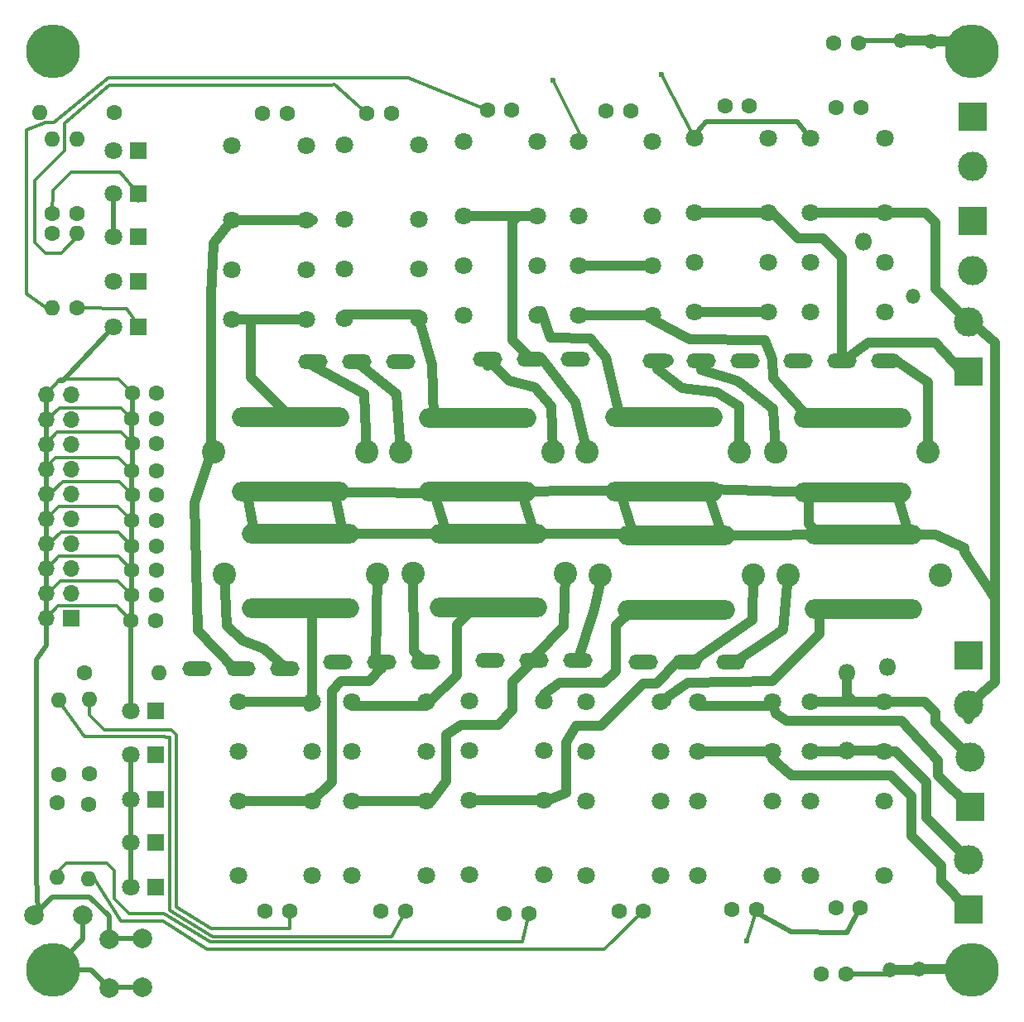
<source format=gbr>
G04 #@! TF.FileFunction,Copper,L1,Top,Signal*
%FSLAX46Y46*%
G04 Gerber Fmt 4.6, Leading zero omitted, Abs format (unit mm)*
G04 Created by KiCad (PCBNEW 4.0.7) date 11/25/19 02:10:32*
%MOMM*%
%LPD*%
G01*
G04 APERTURE LIST*
%ADD10C,0.100000*%
%ADD11C,1.800000*%
%ADD12C,1.600000*%
%ADD13O,1.600000X1.600000*%
%ADD14R,1.800000X1.800000*%
%ADD15R,3.000000X3.000000*%
%ADD16C,3.000000*%
%ADD17C,5.500000*%
%ADD18O,3.000000X1.500000*%
%ADD19R,1.700000X1.700000*%
%ADD20O,1.700000X1.700000*%
%ADD21C,2.000000*%
%ADD22C,1.700000*%
%ADD23O,12.000000X2.000000*%
%ADD24C,2.400000*%
%ADD25O,1.800000X1.800000*%
%ADD26O,1.500000X1.500000*%
%ADD27C,0.600000*%
%ADD28C,1.000000*%
%ADD29C,0.500000*%
%ADD30C,0.350000*%
G04 APERTURE END LIST*
D10*
D11*
X71973280Y-129766080D03*
X71973280Y-119606080D03*
X71973280Y-124686080D03*
X79573280Y-124686080D03*
X79573280Y-129766080D03*
X79573280Y-119606080D03*
X71973280Y-137386080D03*
X79573280Y-137386080D03*
D12*
X53479700Y-129921000D03*
D13*
X53479700Y-137541000D03*
D12*
X85156040Y-59359800D03*
X87656040Y-59359800D03*
X63535560Y-111257080D03*
X61035560Y-111257080D03*
D14*
X63538100Y-129552700D03*
D11*
X60998100Y-129552700D03*
D12*
X52946300Y-71691500D03*
D13*
X52946300Y-79311500D03*
D14*
X63538100Y-138582400D03*
D11*
X60998100Y-138582400D03*
D14*
X63538100Y-133997700D03*
D11*
X60998100Y-133997700D03*
D15*
X146657060Y-114861340D03*
D16*
X146657060Y-119941340D03*
D15*
X147116800Y-70408800D03*
D16*
X147116800Y-75488800D03*
D12*
X113436400Y-140985240D03*
X110936400Y-140985240D03*
X101727000Y-141224000D03*
X99227000Y-141224000D03*
X89077800Y-140970000D03*
X86577800Y-140970000D03*
X77231240Y-141046200D03*
X74731240Y-141046200D03*
X74488040Y-59359800D03*
X76988040Y-59359800D03*
X97454720Y-59065160D03*
X99954720Y-59065160D03*
X109611160Y-59151520D03*
X112111160Y-59151520D03*
X121762520Y-58618120D03*
X124262520Y-58618120D03*
X135620760Y-140705840D03*
X133120760Y-140705840D03*
X59334400Y-59283600D03*
D13*
X51714400Y-59283600D03*
D15*
X147116800Y-59740800D03*
D16*
X147116800Y-64820800D03*
D17*
X147000000Y-53000000D03*
X53000000Y-147000000D03*
D12*
X52920900Y-69596000D03*
D13*
X52920900Y-61976000D03*
D14*
X63538100Y-125031500D03*
D11*
X60998100Y-125031500D03*
D14*
X63512700Y-120535700D03*
D11*
X60972700Y-120535700D03*
D14*
X61800000Y-81200000D03*
D11*
X59260000Y-81200000D03*
D14*
X61800000Y-76600000D03*
D11*
X59260000Y-76600000D03*
D14*
X61800000Y-72000000D03*
D11*
X59260000Y-72000000D03*
D12*
X56667400Y-130048000D03*
D13*
X56667400Y-137668000D03*
D12*
X53644800Y-127025400D03*
D13*
X53644800Y-119405400D03*
D12*
X56730900Y-126949200D03*
D13*
X56730900Y-119329200D03*
D12*
X56273700Y-116624100D03*
D13*
X63893700Y-116624100D03*
D12*
X55525000Y-79325000D03*
D13*
X55525000Y-71705000D03*
D12*
X55475000Y-69625000D03*
D13*
X55475000Y-62005000D03*
D18*
X119329200Y-84734400D03*
X123829200Y-84734400D03*
X114829200Y-84734400D03*
X102000000Y-84500000D03*
X106500000Y-84500000D03*
X97500000Y-84500000D03*
X84100000Y-84800000D03*
X88600000Y-84800000D03*
X79600000Y-84800000D03*
X86680040Y-115559840D03*
X82180040Y-115559840D03*
X91180040Y-115559840D03*
X102224840Y-115366800D03*
X97724840Y-115366800D03*
X106724840Y-115366800D03*
X117922040Y-115519200D03*
X113422040Y-115519200D03*
X122422040Y-115519200D03*
D14*
X61800000Y-67600000D03*
D11*
X59260000Y-67600000D03*
D14*
X61800000Y-63200000D03*
D11*
X59260000Y-63200000D03*
D18*
X72263000Y-116205000D03*
X67763000Y-116205000D03*
X76763000Y-116205000D03*
D15*
X146710400Y-140817600D03*
D16*
X146710400Y-135737600D03*
D15*
X146812000Y-130352800D03*
D16*
X146812000Y-125272800D03*
D15*
X146723100Y-85839300D03*
D16*
X146723100Y-80759300D03*
D18*
X133756400Y-84734400D03*
X129256400Y-84734400D03*
X138256400Y-84734400D03*
D19*
X54864000Y-111061500D03*
D20*
X52324000Y-111061500D03*
X54864000Y-108521500D03*
X52324000Y-108521500D03*
X54864000Y-105981500D03*
X52324000Y-105981500D03*
X54864000Y-103441500D03*
X52324000Y-103441500D03*
X54864000Y-100901500D03*
X52324000Y-100901500D03*
X54864000Y-98361500D03*
X52324000Y-98361500D03*
X54864000Y-95821500D03*
X52324000Y-95821500D03*
X54864000Y-93281500D03*
X52324000Y-93281500D03*
X54864000Y-90741500D03*
X52324000Y-90741500D03*
X54864000Y-88201500D03*
X52324000Y-88201500D03*
D12*
X125003560Y-140817600D03*
X122503560Y-140817600D03*
X133162040Y-58785760D03*
X135662040Y-58785760D03*
X63652400Y-88011000D03*
X61152400Y-88011000D03*
X63601600Y-90627200D03*
X61101600Y-90627200D03*
X63652400Y-93141800D03*
X61152400Y-93141800D03*
X63601600Y-95935800D03*
X61101600Y-95935800D03*
X63652400Y-98399600D03*
X61152400Y-98399600D03*
X63601600Y-101041200D03*
X61101600Y-101041200D03*
X63627000Y-103632000D03*
X61127000Y-103632000D03*
X63627000Y-106146600D03*
X61127000Y-106146600D03*
X63591440Y-108686600D03*
X61091440Y-108686600D03*
D21*
X58790840Y-148859240D03*
X58790840Y-143859240D03*
X62191900Y-148805900D03*
X62191900Y-143805900D03*
X56121300Y-141401800D03*
X51121300Y-141401800D03*
D17*
X147000000Y-147000000D03*
D22*
X93094800Y-109968800D03*
X96094800Y-109968800D03*
X99094800Y-109968800D03*
X102094800Y-109968800D03*
X93094800Y-102365800D03*
X96094800Y-102365800D03*
X99094800Y-102365800D03*
X102094800Y-102365800D03*
D23*
X97594800Y-109968800D03*
X97594800Y-102365800D03*
D24*
X89840800Y-106476800D03*
X105460800Y-106476800D03*
D22*
X112271800Y-110146600D03*
X115271800Y-110146600D03*
X118271800Y-110146600D03*
X121271800Y-110146600D03*
X112271800Y-102543600D03*
X115271800Y-102543600D03*
X118271800Y-102543600D03*
X121271800Y-102543600D03*
D23*
X116771800Y-110146600D03*
X116771800Y-102543600D03*
D24*
X109017800Y-106654600D03*
X124637800Y-106654600D03*
D22*
X131461500Y-110108500D03*
X134461500Y-110108500D03*
X137461500Y-110108500D03*
X140461500Y-110108500D03*
X131461500Y-102505500D03*
X134461500Y-102505500D03*
X137461500Y-102505500D03*
X140461500Y-102505500D03*
D23*
X135961500Y-110108500D03*
X135961500Y-102505500D03*
D24*
X128207500Y-106616500D03*
X143827500Y-106616500D03*
D22*
X73841600Y-110019600D03*
X76841600Y-110019600D03*
X79841600Y-110019600D03*
X82841600Y-110019600D03*
X73841600Y-102416600D03*
X76841600Y-102416600D03*
X79841600Y-102416600D03*
X82841600Y-102416600D03*
D23*
X78341600Y-110019600D03*
X78341600Y-102416600D03*
D24*
X70587600Y-106527600D03*
X86207600Y-106527600D03*
D22*
X81860400Y-90488000D03*
X78860400Y-90488000D03*
X75860400Y-90488000D03*
X72860400Y-90488000D03*
X81860400Y-98091000D03*
X78860400Y-98091000D03*
X75860400Y-98091000D03*
X72860400Y-98091000D03*
D23*
X77360400Y-90488000D03*
X77360400Y-98091000D03*
D24*
X85114400Y-93980000D03*
X69494400Y-93980000D03*
D22*
X100946000Y-90508000D03*
X97946000Y-90508000D03*
X94946000Y-90508000D03*
X91946000Y-90508000D03*
X100946000Y-98111000D03*
X97946000Y-98111000D03*
X94946000Y-98111000D03*
X91946000Y-98111000D03*
D23*
X96446000Y-90508000D03*
X96446000Y-98111000D03*
D24*
X104200000Y-94000000D03*
X88580000Y-94000000D03*
D22*
X120011200Y-90488000D03*
X117011200Y-90488000D03*
X114011200Y-90488000D03*
X111011200Y-90488000D03*
X120011200Y-98091000D03*
X117011200Y-98091000D03*
X114011200Y-98091000D03*
X111011200Y-98091000D03*
D23*
X115511200Y-90488000D03*
X115511200Y-98091000D03*
D24*
X123265200Y-93980000D03*
X107645200Y-93980000D03*
D22*
X139315200Y-90538800D03*
X136315200Y-90538800D03*
X133315200Y-90538800D03*
X130315200Y-90538800D03*
X139315200Y-98141800D03*
X136315200Y-98141800D03*
X133315200Y-98141800D03*
X130315200Y-98141800D03*
D23*
X134815200Y-90538800D03*
X134815200Y-98141800D03*
D24*
X142569200Y-94030800D03*
X126949200Y-94030800D03*
D17*
X53000000Y-53000000D03*
D11*
X130479640Y-129710200D03*
X130479640Y-119550200D03*
X130479640Y-124630200D03*
X138079640Y-124630200D03*
X138079640Y-129710200D03*
X138079640Y-119550200D03*
X130479640Y-137330200D03*
X138079640Y-137330200D03*
X118996300Y-129748300D03*
X118996300Y-119588300D03*
X118996300Y-124668300D03*
X126596300Y-124668300D03*
X126596300Y-129748300D03*
X126596300Y-119588300D03*
X118996300Y-137368300D03*
X126596300Y-137368300D03*
X138135520Y-69557880D03*
X138135520Y-79717880D03*
X138135520Y-74637880D03*
X130535520Y-74637880D03*
X130535520Y-69557880D03*
X130535520Y-79717880D03*
X138135520Y-61937880D03*
X130535520Y-61937880D03*
X126233080Y-69557880D03*
X126233080Y-79717880D03*
X126233080Y-74637880D03*
X118633080Y-74637880D03*
X118633080Y-69557880D03*
X118633080Y-79717880D03*
X126233080Y-61937880D03*
X118633080Y-61937880D03*
X114366200Y-69898240D03*
X114366200Y-80058240D03*
X114366200Y-74978240D03*
X106766200Y-74978240D03*
X106766200Y-69898240D03*
X106766200Y-80058240D03*
X114366200Y-62278240D03*
X106766200Y-62278240D03*
X90469880Y-70228440D03*
X90469880Y-80388440D03*
X90469880Y-75308440D03*
X82869880Y-75308440D03*
X82869880Y-70228440D03*
X82869880Y-80388440D03*
X90469880Y-62608440D03*
X82869880Y-62608440D03*
X78971300Y-70314800D03*
X78971300Y-80474800D03*
X78971300Y-75394800D03*
X71371300Y-75394800D03*
X71371300Y-70314800D03*
X71371300Y-80474800D03*
X78971300Y-62694800D03*
X71371300Y-62694800D03*
X83642040Y-129786400D03*
X83642040Y-119626400D03*
X83642040Y-124706400D03*
X91242040Y-124706400D03*
X91242040Y-129786400D03*
X91242040Y-119626400D03*
X83642040Y-137406400D03*
X91242040Y-137406400D03*
X95641000Y-129634000D03*
X95641000Y-119474000D03*
X95641000Y-124554000D03*
X103241000Y-124554000D03*
X103241000Y-129634000D03*
X103241000Y-119474000D03*
X95641000Y-137254000D03*
X103241000Y-137254000D03*
X107579000Y-129761000D03*
X107579000Y-119601000D03*
X107579000Y-124681000D03*
X115179000Y-124681000D03*
X115179000Y-129761000D03*
X115179000Y-119601000D03*
X107579000Y-137381000D03*
X115179000Y-137381000D03*
X102595840Y-69893160D03*
X102595840Y-80053160D03*
X102595840Y-74973160D03*
X94995840Y-74973160D03*
X94995840Y-69893160D03*
X94995840Y-80053160D03*
X102595840Y-62273160D03*
X94995840Y-62273160D03*
D25*
X134264400Y-124602240D03*
X134264400Y-116596160D03*
X138348720Y-115986560D03*
X135890000Y-72506840D03*
D26*
X140995400Y-78069440D03*
X142875000Y-51981100D03*
X139725400Y-51955700D03*
X138633200Y-146989800D03*
X141579600Y-146913600D03*
D12*
X135382000Y-52197000D03*
X132882000Y-52197000D03*
X134112000Y-147447000D03*
X131612000Y-147447000D03*
D27*
X104160320Y-56001920D03*
X123977400Y-144018000D03*
X115290600Y-55438040D03*
D28*
X138135520Y-69557880D02*
X130535520Y-69557880D01*
X138135520Y-69557880D02*
X142290780Y-69557880D01*
X143332200Y-77368400D02*
X146723100Y-80759300D01*
X143332200Y-70599300D02*
X143332200Y-77368400D01*
X142290780Y-69557880D02*
X143332200Y-70599300D01*
X146657060Y-119941340D02*
X146657060Y-121363740D01*
X130315200Y-98141800D02*
X130315200Y-101359200D01*
X130315200Y-101359200D02*
X131461500Y-102505500D01*
X146723100Y-80759300D02*
X146977100Y-80759300D01*
X146977100Y-80759300D02*
X149352000Y-82804000D01*
X149352000Y-82804000D02*
X149352000Y-108966000D01*
X72860400Y-98091000D02*
X73647800Y-102222800D01*
X73647800Y-102222800D02*
X73841600Y-102416600D01*
X77360400Y-98091000D02*
X91768200Y-98288800D01*
X91768200Y-98288800D02*
X91946000Y-98111000D01*
X82841600Y-102416600D02*
X93044000Y-102416600D01*
X93044000Y-102416600D02*
X93094800Y-102365800D01*
X81860400Y-98091000D02*
X82647800Y-102222800D01*
X82647800Y-102222800D02*
X82841600Y-102416600D01*
X91946000Y-98111000D02*
X93256600Y-102204000D01*
X93256600Y-102204000D02*
X93094800Y-102365800D01*
X100946000Y-98111000D02*
X102256600Y-102204000D01*
X102256600Y-102204000D02*
X102094800Y-102365800D01*
X111011200Y-98091000D02*
X112433600Y-102381800D01*
X112433600Y-102381800D02*
X112271800Y-102543600D01*
X102094800Y-102365800D02*
X116619400Y-102391200D01*
X116619400Y-102391200D02*
X116771800Y-102543600D01*
X96446000Y-98111000D02*
X110935000Y-98014800D01*
X110935000Y-98014800D02*
X111011200Y-98091000D01*
X121271800Y-102543600D02*
X135948800Y-102518200D01*
X135948800Y-102518200D02*
X135961500Y-102505500D01*
X120011200Y-98091000D02*
X121433600Y-102381800D01*
X121433600Y-102381800D02*
X121271800Y-102543600D01*
X130315200Y-98141800D02*
X120239800Y-97862400D01*
X120239800Y-97862400D02*
X120011200Y-98091000D01*
X140461500Y-102505500D02*
X143272500Y-102505500D01*
X149352000Y-117551200D02*
X146657060Y-119941340D01*
X149352000Y-108966000D02*
X149352000Y-117551200D01*
X146265900Y-104241600D02*
X149352000Y-108966000D01*
X146265900Y-103860600D02*
X146265900Y-104241600D01*
X143272500Y-102505500D02*
X146265900Y-103860600D01*
X140461500Y-102505500D02*
X140461500Y-102162500D01*
X140461500Y-102162500D02*
X140496300Y-102127700D01*
X140496300Y-102127700D02*
X139315200Y-98141800D01*
D29*
X146657060Y-119941340D02*
X146809460Y-119941340D01*
D28*
X103649760Y-129634000D02*
X105511600Y-128905000D01*
X105511600Y-128905000D02*
X105511600Y-123698000D01*
X105511600Y-123698000D02*
X106532680Y-122041920D01*
X106532680Y-122041920D02*
X109077760Y-122041920D01*
X114752120Y-117683280D02*
X116916200Y-115519200D01*
X113436400Y-117683280D02*
X114752120Y-117683280D01*
X109077760Y-122041920D02*
X113436400Y-117683280D01*
X103241000Y-129634000D02*
X95641000Y-129634000D01*
X116916200Y-115519200D02*
X117922040Y-115519200D01*
X124637800Y-106654600D02*
X124587000Y-111188500D01*
X124587000Y-111188500D02*
X118372040Y-115519200D01*
X122422040Y-115519200D02*
X123022040Y-115319200D01*
X127698500Y-112204500D02*
X128207500Y-106616500D01*
X123022040Y-115319200D02*
X127698500Y-112204500D01*
X91242040Y-129786400D02*
X83642040Y-129786400D01*
X91242040Y-129786400D02*
X91701600Y-129786400D01*
X91701600Y-129786400D02*
X93268800Y-127711200D01*
X93268800Y-127711200D02*
X93268800Y-122986800D01*
X93268800Y-122986800D02*
X94805500Y-121958100D01*
X100050600Y-117541040D02*
X102224840Y-115366800D01*
X100050600Y-120472200D02*
X100050600Y-117541040D01*
X98564700Y-121958100D02*
X100050600Y-120472200D01*
X102224840Y-115366800D02*
X102374840Y-114866800D01*
X105277920Y-111871760D02*
X105460800Y-106476800D01*
X102374840Y-114866800D02*
X105277920Y-111871760D01*
X102707440Y-114884200D02*
X102224840Y-115366800D01*
X94805500Y-121958100D02*
X98564700Y-121958100D01*
X109017800Y-106654600D02*
X109017800Y-107482200D01*
X109017800Y-107482200D02*
X108407200Y-110083600D01*
X108407200Y-110083600D02*
X106724840Y-115366800D01*
X79573280Y-129766080D02*
X71973280Y-129766080D01*
X86680040Y-115559840D02*
X86680040Y-116138960D01*
X86680040Y-116138960D02*
X85344000Y-117475000D01*
X81534000Y-127805360D02*
X79573280Y-129766080D01*
X81534000Y-118465600D02*
X81534000Y-127805360D01*
X82524600Y-117475000D02*
X81534000Y-118465600D01*
X85344000Y-117475000D02*
X82524600Y-117475000D01*
X86680040Y-115559840D02*
X86680040Y-116159280D01*
X86680040Y-115559840D02*
X86466680Y-115559840D01*
X86207600Y-106527600D02*
X86095840Y-114975640D01*
X86095840Y-114975640D02*
X86680040Y-115559840D01*
X91242040Y-124706400D02*
X91242040Y-124480160D01*
X89840800Y-106476800D02*
X89917000Y-114423800D01*
X89917000Y-114423800D02*
X91180040Y-115559840D01*
X78971300Y-70314800D02*
X71371300Y-70314800D01*
X69189600Y-77995780D02*
X69494400Y-72651440D01*
X69494400Y-72651440D02*
X71371300Y-70314800D01*
X69189600Y-94170500D02*
X69189600Y-77995780D01*
X72263000Y-116205000D02*
X71577200Y-116205000D01*
X71577200Y-116205000D02*
X67869140Y-112261760D01*
X67869140Y-112261760D02*
X67528440Y-99197160D01*
X67528440Y-99197160D02*
X69189600Y-94170500D01*
X78971300Y-70314800D02*
X79644220Y-70314800D01*
X78971300Y-70074800D02*
X79155300Y-70074800D01*
X76763000Y-116205000D02*
X76763000Y-116031400D01*
X76763000Y-116031400D02*
X74625200Y-114147600D01*
X70799960Y-111760000D02*
X70587600Y-106527600D01*
X72400000Y-113360200D02*
X70799960Y-111760000D01*
X74625200Y-114147600D02*
X72400000Y-113360200D01*
X84100000Y-84800000D02*
X84036500Y-84800000D01*
X84036500Y-84800000D02*
X88200000Y-88100000D01*
X88200000Y-88100000D02*
X88580000Y-94000000D01*
X88935600Y-93644400D02*
X88580000Y-94000000D01*
X78971300Y-75074800D02*
X78971300Y-75244800D01*
X79600000Y-84800000D02*
X79600000Y-85172500D01*
X79600000Y-85172500D02*
X84900000Y-88100000D01*
X84900000Y-88100000D02*
X85114400Y-93980000D01*
X84958800Y-93824400D02*
X85114400Y-93980000D01*
X94995840Y-69893160D02*
X102595840Y-69893160D01*
X102595840Y-69893160D02*
X100642440Y-69893160D01*
X100050600Y-82550600D02*
X102000000Y-84500000D01*
X100050600Y-70485000D02*
X100050600Y-82550600D01*
X100642440Y-69893160D02*
X100050600Y-70485000D01*
X102000000Y-84500000D02*
X103100000Y-84500000D01*
X103100000Y-84500000D02*
X106490003Y-88955432D01*
X106490003Y-88955432D02*
X107645200Y-93980000D01*
X104200000Y-94000000D02*
X104000000Y-89400000D01*
X99700000Y-86700000D02*
X97500000Y-84500000D01*
X102300000Y-87400000D02*
X99700000Y-86700000D01*
X104000000Y-89400000D02*
X102300000Y-87400000D01*
X97500000Y-84500000D02*
X97500000Y-85200000D01*
X104311100Y-93888900D02*
X104200000Y-94000000D01*
X97500000Y-84500000D02*
X97500000Y-84902200D01*
X119329200Y-84734400D02*
X119329200Y-85598000D01*
X126715520Y-89651840D02*
X126949200Y-94030800D01*
X123525280Y-87030560D02*
X126715520Y-89651840D01*
X122976640Y-86766400D02*
X123525280Y-87030560D01*
X119329200Y-85598000D02*
X122976640Y-86766400D01*
X114366200Y-69658240D02*
X114366200Y-69842540D01*
X114829200Y-84734400D02*
X114829200Y-85568400D01*
X114829200Y-85568400D02*
X117390783Y-87480387D01*
X117390783Y-87480387D02*
X120985280Y-87924640D01*
X120985280Y-87924640D02*
X123240800Y-89347040D01*
X123240800Y-89347040D02*
X123265200Y-93980000D01*
X114829200Y-84734400D02*
X115620800Y-84734400D01*
X116035700Y-84683600D02*
X115972200Y-84565100D01*
X103241000Y-119474000D02*
X103241000Y-118780400D01*
X103241000Y-118780400D02*
X104861360Y-117657880D01*
X104861360Y-117657880D02*
X109357160Y-117657880D01*
X109357160Y-117657880D02*
X110586520Y-116428520D01*
X110586520Y-116428520D02*
X110586520Y-111831880D01*
X110586520Y-111831880D02*
X112271800Y-110146600D01*
X111475000Y-110943400D02*
X112271800Y-110146600D01*
X103241000Y-119874000D02*
X103417400Y-119874000D01*
X79573280Y-119606080D02*
X79573280Y-110287920D01*
X79573280Y-110287920D02*
X79841600Y-110019600D01*
X71973280Y-119606080D02*
X79573280Y-119606080D01*
X79573280Y-120006080D02*
X79201040Y-120102600D01*
X90469880Y-80388440D02*
X91821000Y-85090000D01*
X91821000Y-85090000D02*
X91946000Y-90508000D01*
X90469880Y-79988440D02*
X82869880Y-79988440D01*
X90469880Y-79988440D02*
X90469880Y-80599440D01*
X91242040Y-119626400D02*
X91564440Y-119626400D01*
X91564440Y-119626400D02*
X94335600Y-116855240D01*
X94335600Y-116855240D02*
X94335600Y-111728000D01*
X94335600Y-111728000D02*
X96094800Y-109968800D01*
X91242040Y-120026400D02*
X83642040Y-120026400D01*
X91242040Y-120026400D02*
X91242040Y-119847200D01*
X73258680Y-80474800D02*
X73258680Y-86386280D01*
X73258680Y-86386280D02*
X77360400Y-90488000D01*
X78971300Y-80474800D02*
X73258680Y-80474800D01*
X73258680Y-80474800D02*
X71371300Y-80474800D01*
X78971300Y-80474800D02*
X78247260Y-80474800D01*
X73015000Y-90333400D02*
X72860400Y-90488000D01*
X111011200Y-90488000D02*
X109575600Y-84378800D01*
X109575600Y-84378800D02*
X107990640Y-82397600D01*
X102595840Y-79653160D02*
X103026240Y-79653160D01*
X103026240Y-79653160D02*
X103936800Y-82341720D01*
X103936800Y-82341720D02*
X107990640Y-82397600D01*
X126233080Y-79717880D02*
X118633080Y-79717880D01*
D30*
X56667400Y-137668000D02*
X57277000Y-137668000D01*
X57277000Y-137668000D02*
X59969400Y-142036800D01*
X109443520Y-144871440D02*
X113436400Y-140985240D01*
X68783200Y-144881600D02*
X109443520Y-144871440D01*
X64262000Y-142036800D02*
X68783200Y-144881600D01*
X59969400Y-142036800D02*
X64262000Y-142036800D01*
X53479700Y-137541000D02*
X53479700Y-136994900D01*
X53479700Y-136994900D02*
X54406800Y-136067800D01*
X101086920Y-144170400D02*
X101727000Y-141224000D01*
X98018600Y-144170400D02*
X101086920Y-144170400D01*
X69138800Y-144170400D02*
X98018600Y-144170400D01*
X64414842Y-141293998D02*
X69138800Y-144170400D01*
X60833000Y-141274800D02*
X64414842Y-141293998D01*
X59283600Y-139725400D02*
X60833000Y-141274800D01*
X59283600Y-136829800D02*
X59283600Y-139725400D01*
X58521600Y-136067800D02*
X59283600Y-136829800D01*
X54406800Y-136067800D02*
X58521600Y-136067800D01*
X53644800Y-119405400D02*
X53644800Y-119532400D01*
X53644800Y-119532400D02*
X56261000Y-123139200D01*
X87680800Y-143601440D02*
X89077800Y-140970000D01*
X69357820Y-143611600D02*
X87680800Y-143601440D01*
X64973200Y-140893800D02*
X69357820Y-143611600D01*
X64973200Y-123190000D02*
X64973200Y-140893800D01*
X64008000Y-123139200D02*
X64973200Y-123190000D01*
X56261000Y-123139200D02*
X64008000Y-123139200D01*
X53644800Y-119405400D02*
X53644800Y-119329200D01*
X53644800Y-119405400D02*
X53644800Y-119595900D01*
X56730900Y-119329200D02*
X56730900Y-120967500D01*
X77216000Y-142768320D02*
X77231240Y-141046200D01*
X71365202Y-142798800D02*
X77216000Y-142768320D01*
X69237675Y-142798800D02*
X71365202Y-142798800D01*
X65639327Y-140598170D02*
X69237675Y-142798800D01*
X65623743Y-122976943D02*
X65639327Y-140598170D01*
X65151000Y-122504200D02*
X65623743Y-122976943D01*
X58267600Y-122504200D02*
X65151000Y-122504200D01*
X56730900Y-120967500D02*
X58267600Y-122504200D01*
X56730900Y-119329200D02*
X56730900Y-119405400D01*
X63601600Y-101041200D02*
X64104520Y-101041200D01*
X55525000Y-71705000D02*
X55525000Y-72008400D01*
X55525000Y-72008400D02*
X53873400Y-73660000D01*
X81813400Y-56413400D02*
X85156040Y-59359800D01*
X81457800Y-56489600D02*
X81813400Y-56413400D01*
X58801000Y-56489600D02*
X81457800Y-56489600D01*
X54203600Y-60401200D02*
X58801000Y-56489600D01*
X54203600Y-63195200D02*
X54203600Y-60401200D01*
X51155600Y-66243200D02*
X54203600Y-63195200D01*
X51155600Y-72567800D02*
X51155600Y-66243200D01*
X52247800Y-73660000D02*
X51155600Y-72567800D01*
X53873400Y-73660000D02*
X52247800Y-73660000D01*
X52946300Y-79311500D02*
X52362100Y-79311500D01*
X52362100Y-79311500D02*
X50292000Y-77851000D01*
X89331800Y-55778400D02*
X97454720Y-59065160D01*
X58724800Y-55778400D02*
X89331800Y-55778400D01*
X53136800Y-60350400D02*
X58724800Y-55778400D01*
X52247800Y-60350400D02*
X53136800Y-60350400D01*
X50292000Y-61087000D02*
X52247800Y-60350400D01*
X50292000Y-77851000D02*
X50292000Y-61087000D01*
X52946300Y-79311500D02*
X52946300Y-79286100D01*
X104160320Y-56001920D02*
X107143000Y-61901440D01*
X107143000Y-61901440D02*
X106766200Y-62278240D01*
D29*
X62191900Y-143805900D02*
X62335400Y-143805900D01*
X51121300Y-141401800D02*
X51130200Y-141401800D01*
X51130200Y-141401800D02*
X52971700Y-139560300D01*
X58790840Y-141544040D02*
X58790840Y-143859240D01*
X56807100Y-139560300D02*
X58790840Y-141544040D01*
X52971700Y-139560300D02*
X56807100Y-139560300D01*
X60998100Y-133997700D02*
X60998100Y-138582400D01*
X60998100Y-133997700D02*
X60998100Y-129552700D01*
X60998100Y-125031500D02*
X60998100Y-129552700D01*
X60972700Y-125006100D02*
X60998100Y-125031500D01*
X60972700Y-120535700D02*
X60972700Y-111319940D01*
X60972700Y-111319940D02*
X61035560Y-111257080D01*
X51121300Y-141401800D02*
X51386740Y-141401800D01*
X51384200Y-137414000D02*
X51536600Y-140986500D01*
X51536600Y-140986500D02*
X51121300Y-141401800D01*
X59260000Y-67600000D02*
X59254920Y-71994920D01*
X59254920Y-71994920D02*
X59260000Y-72000000D01*
X53649880Y-86720680D02*
X54076600Y-86720680D01*
X54076600Y-86720680D02*
X59260000Y-81200000D01*
X59183800Y-76523800D02*
X59260000Y-76600000D01*
D30*
X52324000Y-88201500D02*
X52324000Y-87630000D01*
D29*
X52324000Y-111061500D02*
X52324000Y-113792000D01*
X52324000Y-113792000D02*
X51384200Y-115290600D01*
X62191900Y-143805900D02*
X58844180Y-143805900D01*
X58844180Y-143805900D02*
X58790840Y-143859240D01*
X62217300Y-143780500D02*
X62191900Y-143805900D01*
D30*
X52324000Y-88046560D02*
X53649880Y-86720680D01*
X53649880Y-86720680D02*
X53812440Y-86558120D01*
X53812440Y-86558120D02*
X59699520Y-86558120D01*
X59699520Y-86558120D02*
X61152400Y-88011000D01*
X59336200Y-81123800D02*
X59260000Y-81200000D01*
X59219360Y-76559360D02*
X59260000Y-76600000D01*
X52324000Y-111061500D02*
X52331620Y-111061500D01*
X52331620Y-111061500D02*
X53588920Y-109804200D01*
X59582680Y-109804200D02*
X61035560Y-111257080D01*
X53588920Y-109804200D02*
X59582680Y-109804200D01*
X52324000Y-108521500D02*
X52552600Y-108521500D01*
X52552600Y-108521500D02*
X53840380Y-107233720D01*
X59638560Y-107233720D02*
X61091440Y-108686600D01*
X53840380Y-107233720D02*
X59638560Y-107233720D01*
X52324000Y-105981500D02*
X52410360Y-105981500D01*
X52410360Y-105981500D02*
X53672740Y-104719120D01*
X59699520Y-104719120D02*
X61127000Y-106146600D01*
X53672740Y-104719120D02*
X59699520Y-104719120D01*
X52324000Y-100901500D02*
X52377340Y-100901500D01*
X52377340Y-100901500D02*
X53672740Y-99606100D01*
X59666500Y-99606100D02*
X61101600Y-101041200D01*
X53672740Y-99606100D02*
X59666500Y-99606100D01*
X52324000Y-103441500D02*
X52631340Y-103441500D01*
X52631340Y-103441500D02*
X53868320Y-102204520D01*
X59699520Y-102204520D02*
X61127000Y-103632000D01*
X53868320Y-102204520D02*
X59699520Y-102204520D01*
X52324000Y-98361500D02*
X52738020Y-98361500D01*
X52738020Y-98361500D02*
X54035960Y-97063560D01*
X59816360Y-97063560D02*
X61152400Y-98399600D01*
X54035960Y-97063560D02*
X59816360Y-97063560D01*
X52324000Y-95821500D02*
X52324000Y-95562420D01*
X52324000Y-95562420D02*
X53309520Y-94576900D01*
X59742700Y-94576900D02*
X61101600Y-95935800D01*
X53309520Y-94576900D02*
X59742700Y-94576900D01*
X52324000Y-93281500D02*
X52324000Y-93159580D01*
X52324000Y-93159580D02*
X53505100Y-91978480D01*
X59989080Y-91978480D02*
X61152400Y-93141800D01*
X53505100Y-91978480D02*
X59989080Y-91978480D01*
X52324000Y-90741500D02*
X52451000Y-90741500D01*
X52451000Y-90741500D02*
X53700680Y-89491820D01*
X59966220Y-89491820D02*
X61101600Y-90627200D01*
X53700680Y-89491820D02*
X59966220Y-89491820D01*
X52324000Y-88201500D02*
X52324000Y-88046560D01*
D29*
X52324000Y-108521500D02*
X52324000Y-111061500D01*
X52324000Y-105981500D02*
X52324000Y-108521500D01*
X52324000Y-103441500D02*
X52324000Y-105981500D01*
X52324000Y-100901500D02*
X52324000Y-103441500D01*
X52324000Y-98361500D02*
X52324000Y-100901500D01*
X52324000Y-95821500D02*
X52324000Y-98361500D01*
X52324000Y-93281500D02*
X52324000Y-95821500D01*
X52324000Y-90741500D02*
X52324000Y-93281500D01*
X52324000Y-88201500D02*
X52324000Y-90741500D01*
X58801000Y-143849080D02*
X58790840Y-143859240D01*
X61091440Y-108686600D02*
X61091440Y-111201200D01*
X61091440Y-111201200D02*
X61035560Y-111257080D01*
X61127000Y-106146600D02*
X61127000Y-108651040D01*
X61127000Y-108651040D02*
X61091440Y-108686600D01*
X61127000Y-103632000D02*
X61127000Y-106146600D01*
X61101600Y-103606600D02*
X61127000Y-103632000D01*
X61101600Y-101041200D02*
X61101600Y-103606600D01*
X61152400Y-100990400D02*
X61101600Y-101041200D01*
X61152400Y-98399600D02*
X61152400Y-100990400D01*
X61101600Y-98348800D02*
X61152400Y-98399600D01*
X61101600Y-95935800D02*
X61101600Y-98348800D01*
X61152400Y-95885000D02*
X61101600Y-95935800D01*
X61152400Y-93141800D02*
X61152400Y-95885000D01*
X61101600Y-93091000D02*
X61152400Y-93141800D01*
X61101600Y-90627200D02*
X61101600Y-93091000D01*
X61152400Y-90576400D02*
X61101600Y-90627200D01*
X61152400Y-88011000D02*
X61152400Y-90576400D01*
D30*
X61152400Y-88011000D02*
X61152400Y-87691600D01*
D29*
X51384200Y-115290600D02*
X51384200Y-137414000D01*
D30*
X55525000Y-79325000D02*
X60604400Y-79349600D01*
X60604400Y-79349600D02*
X61800000Y-81047600D01*
X61800000Y-81047600D02*
X61800000Y-81200000D01*
X52946300Y-71691500D02*
X53403500Y-71691500D01*
X55475000Y-69625000D02*
X56059200Y-69625000D01*
X55475000Y-69625000D02*
X55475000Y-69167800D01*
X124444760Y-142773400D02*
X125003560Y-140817600D01*
X123977400Y-144018000D02*
X124444760Y-142773400D01*
D29*
X125003560Y-140817600D02*
X125003560Y-141198600D01*
X125003560Y-141198600D02*
X128549400Y-143134080D01*
X134264400Y-143179800D02*
X135620760Y-140705840D01*
X128549400Y-143134080D02*
X134264400Y-143179800D01*
D30*
X115288400Y-55440240D02*
X118633080Y-61937880D01*
X115290600Y-55438040D02*
X115288400Y-55440240D01*
D29*
X118633080Y-61937880D02*
X118633080Y-61546880D01*
X118633080Y-61546880D02*
X119877840Y-60208160D01*
X129147040Y-60238640D02*
X130535520Y-61937880D01*
X119877840Y-60208160D02*
X129147040Y-60238640D01*
D30*
X52920900Y-69596000D02*
X53073300Y-67271900D01*
X59928760Y-65405000D02*
X61800000Y-67600000D01*
X54940200Y-65405000D02*
X59928760Y-65405000D01*
X53073300Y-67271900D02*
X54940200Y-65405000D01*
X61800000Y-67600000D02*
X61800000Y-68351840D01*
D28*
X113422040Y-115519200D02*
X112972040Y-115519200D01*
X126596300Y-124668300D02*
X118996300Y-124668300D01*
X126596300Y-124668300D02*
X126596300Y-125453300D01*
X126596300Y-125453300D02*
X128574800Y-127127000D01*
X143891000Y-137998200D02*
X146710400Y-140817600D01*
X143891000Y-136347200D02*
X143891000Y-137998200D01*
X140817600Y-133273800D02*
X143891000Y-136347200D01*
X140817600Y-129209800D02*
X140817600Y-133273800D01*
X138734800Y-127127000D02*
X140817600Y-129209800D01*
X128574800Y-127127000D02*
X138734800Y-127127000D01*
X118828660Y-124835940D02*
X118996300Y-124668300D01*
X130479640Y-124630200D02*
X134236440Y-124630200D01*
X134236440Y-124630200D02*
X134264400Y-124602240D01*
X134264400Y-124602240D02*
X138051680Y-124602240D01*
X138051680Y-124602240D02*
X138079640Y-124630200D01*
X138079640Y-124630200D02*
X139209800Y-124630200D01*
X142392400Y-131419600D02*
X146710400Y-135737600D01*
X142392400Y-127812800D02*
X142392400Y-131419600D01*
X139209800Y-124630200D02*
X142392400Y-127812800D01*
X126596300Y-119588300D02*
X126939200Y-120792400D01*
X143560800Y-127101600D02*
X146812000Y-130352800D01*
X143560800Y-125628400D02*
X143560800Y-127101600D01*
X139814300Y-121564400D02*
X143560800Y-125628400D01*
X128028700Y-121564400D02*
X139814300Y-121564400D01*
X126939200Y-120792400D02*
X128028700Y-121564400D01*
X126596300Y-119988300D02*
X118996300Y-119988300D01*
X134264400Y-116596160D02*
X134264400Y-118902480D01*
X134264400Y-118902480D02*
X134912120Y-119550200D01*
X138981200Y-119550200D02*
X142181600Y-119550200D01*
X143281400Y-121742200D02*
X146812000Y-125272800D01*
X143281400Y-120650000D02*
X143281400Y-121742200D01*
X142181600Y-119550200D02*
X143281400Y-120650000D01*
X130479640Y-119550200D02*
X134912120Y-119550200D01*
X134912120Y-119550200D02*
X138079640Y-119550200D01*
X138079640Y-119550200D02*
X138981200Y-119550200D01*
X133756400Y-74488040D02*
X133756400Y-74127360D01*
X133756400Y-74127360D02*
X131790440Y-72161400D01*
X136410700Y-82854800D02*
X143332200Y-82854800D01*
X126233080Y-69557880D02*
X118633080Y-69557880D01*
X126233080Y-69557880D02*
X126631680Y-69557880D01*
X126631680Y-69557880D02*
X129235200Y-72161400D01*
X129235200Y-72161400D02*
X131790440Y-72161400D01*
X133756400Y-74488040D02*
X133756400Y-84734400D01*
X133756400Y-84734400D02*
X133908800Y-84734400D01*
X133908800Y-84734400D02*
X136410700Y-82854800D01*
X143332200Y-82854800D02*
X145986500Y-85839300D01*
X145986500Y-85839300D02*
X146723100Y-85839300D01*
X114366200Y-74978240D02*
X106766200Y-74978240D01*
X138256400Y-84734400D02*
X139357100Y-84734400D01*
X139357100Y-84734400D02*
X142569200Y-86943200D01*
X142569200Y-86943200D02*
X142569200Y-94030800D01*
X142675000Y-93925000D02*
X142569200Y-94030800D01*
X114366200Y-80058240D02*
X106766200Y-80058240D01*
X114366200Y-80058240D02*
X114366200Y-80496940D01*
X114366200Y-80496940D02*
X118135400Y-82473800D01*
X118135400Y-82473800D02*
X125882400Y-82550000D01*
X125882400Y-82550000D02*
X126593600Y-84510880D01*
X126593600Y-84510880D02*
X126674880Y-86502240D01*
X126674880Y-86502240D02*
X130315200Y-90538800D01*
X133413500Y-90440500D02*
X133315200Y-90538800D01*
D29*
X56121300Y-141401800D02*
X56121300Y-143878700D01*
X56121300Y-143878700D02*
X53000000Y-147000000D01*
X53058060Y-146941940D02*
X53000000Y-147000000D01*
X62191900Y-148805900D02*
X58844180Y-148805900D01*
X58844180Y-148805900D02*
X58790840Y-148859240D01*
X62217300Y-148780500D02*
X62191900Y-148805900D01*
X53000000Y-147000000D02*
X56931600Y-147000000D01*
X56931600Y-147000000D02*
X58790840Y-148859240D01*
D28*
X131461500Y-110108500D02*
X131461500Y-112607100D01*
X117962680Y-117627400D02*
X115179000Y-119601000D01*
X126603760Y-117464840D02*
X117962680Y-117627400D01*
X131461500Y-112607100D02*
X126603760Y-117464840D01*
X115179000Y-119601000D02*
X115770640Y-119601000D01*
D29*
X139725400Y-51955700D02*
X135623300Y-51955700D01*
X135623300Y-51955700D02*
X135382000Y-52197000D01*
D28*
X139725400Y-51955700D02*
X142849600Y-51955700D01*
X142849600Y-51955700D02*
X142875000Y-51981100D01*
X142875000Y-51981100D02*
X145981100Y-51981100D01*
X145981100Y-51981100D02*
X147000000Y-53000000D01*
D29*
X145498500Y-51498500D02*
X147000000Y-53000000D01*
X145308000Y-51308000D02*
X147000000Y-53000000D01*
X148041360Y-54041360D02*
X147000000Y-53000000D01*
X134112000Y-147447000D02*
X138176000Y-147447000D01*
X138176000Y-147447000D02*
X138633200Y-146989800D01*
D28*
X138633200Y-146989800D02*
X141503400Y-146989800D01*
X141503400Y-146989800D02*
X141579600Y-146913600D01*
X141579600Y-146913600D02*
X146913600Y-146913600D01*
X146913600Y-146913600D02*
X147000000Y-147000000D01*
D29*
X145410000Y-148590000D02*
X147000000Y-147000000D01*
D28*
X147000000Y-147000000D02*
X147000000Y-146684960D01*
M02*

</source>
